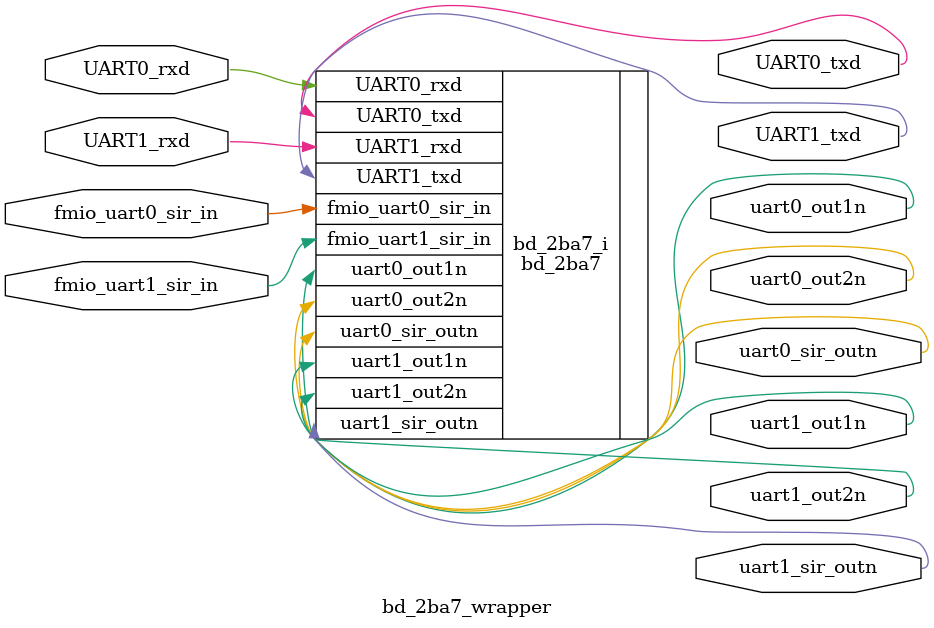
<source format=v>
`timescale 1 ps / 1 ps

module bd_2ba7_wrapper
   (UART0_rxd,
    UART0_txd,
    UART1_rxd,
    UART1_txd,
    fmio_uart0_sir_in,
    fmio_uart1_sir_in,
    uart0_out1n,
    uart0_out2n,
    uart0_sir_outn,
    uart1_out1n,
    uart1_out2n,
    uart1_sir_outn);
  input UART0_rxd;
  output UART0_txd;
  input UART1_rxd;
  output UART1_txd;
  input fmio_uart0_sir_in;
  input fmio_uart1_sir_in;
  output uart0_out1n;
  output uart0_out2n;
  output uart0_sir_outn;
  output uart1_out1n;
  output uart1_out2n;
  output uart1_sir_outn;

  wire UART0_rxd;
  wire UART0_txd;
  wire UART1_rxd;
  wire UART1_txd;
  wire fmio_uart0_sir_in;
  wire fmio_uart1_sir_in;
  wire uart0_out1n;
  wire uart0_out2n;
  wire uart0_sir_outn;
  wire uart1_out1n;
  wire uart1_out2n;
  wire uart1_sir_outn;

  bd_2ba7 bd_2ba7_i
       (.UART0_rxd(UART0_rxd),
        .UART0_txd(UART0_txd),
        .UART1_rxd(UART1_rxd),
        .UART1_txd(UART1_txd),
        .fmio_uart0_sir_in(fmio_uart0_sir_in),
        .fmio_uart1_sir_in(fmio_uart1_sir_in),
        .uart0_out1n(uart0_out1n),
        .uart0_out2n(uart0_out2n),
        .uart0_sir_outn(uart0_sir_outn),
        .uart1_out1n(uart1_out1n),
        .uart1_out2n(uart1_out2n),
        .uart1_sir_outn(uart1_sir_outn));
endmodule

</source>
